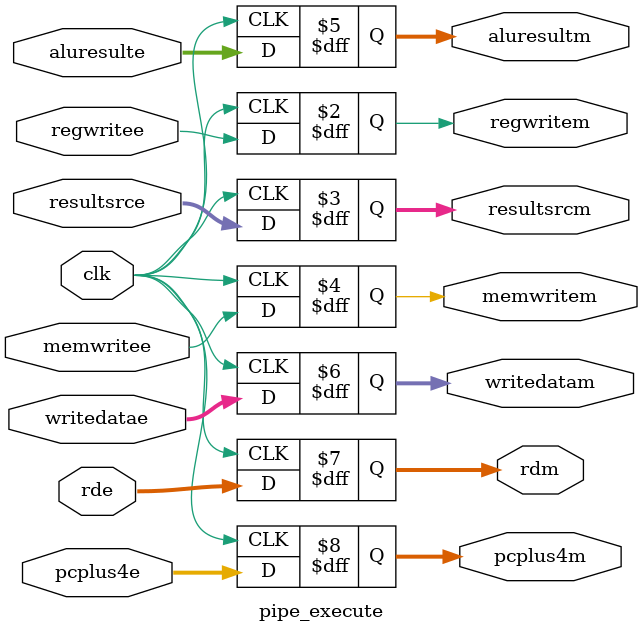
<source format=sv>
module pipe_execute # (
    parameter ADDRESS_WIDTH = 32,
    DATA_WIDTH = 32,
    WRITE_WIDTH = 5
)(
    input logic clk,
    input logic [DATA_WIDTH-1:0] aluresulte,
    input logic [DATA_WIDTH-1:0] writedatae,
    input logic [WRITE_WIDTH-1:0] rde,
    input logic [DATA_WIDTH-1:0] pcplus4e,


    input logic regwritee,
    input logic [1:0] resultsrce,
    input logic memwritee,
    

    output logic regwritem,
    output logic [1:0] resultsrcm,
    output logic memwritem,

    
    output logic [DATA_WIDTH-1:0] aluresultm,
    output logic [DATA_WIDTH-1:0] writedatam,
    output logic [WRITE_WIDTH-1:0] rdm,
    output logic [DATA_WIDTH-1:0] pcplus4m 
);



    always_ff @(posedge clk) begin
        
            regwritem <= regwritee;
            resultsrcm <= resultsrce;
            memwritem <= memwritee;
            aluresultm <= aluresulte;
            writedatam <= writedatae;
            rdm <= rde;
            pcplus4m <= pcplus4e;



    end


endmodule

</source>
